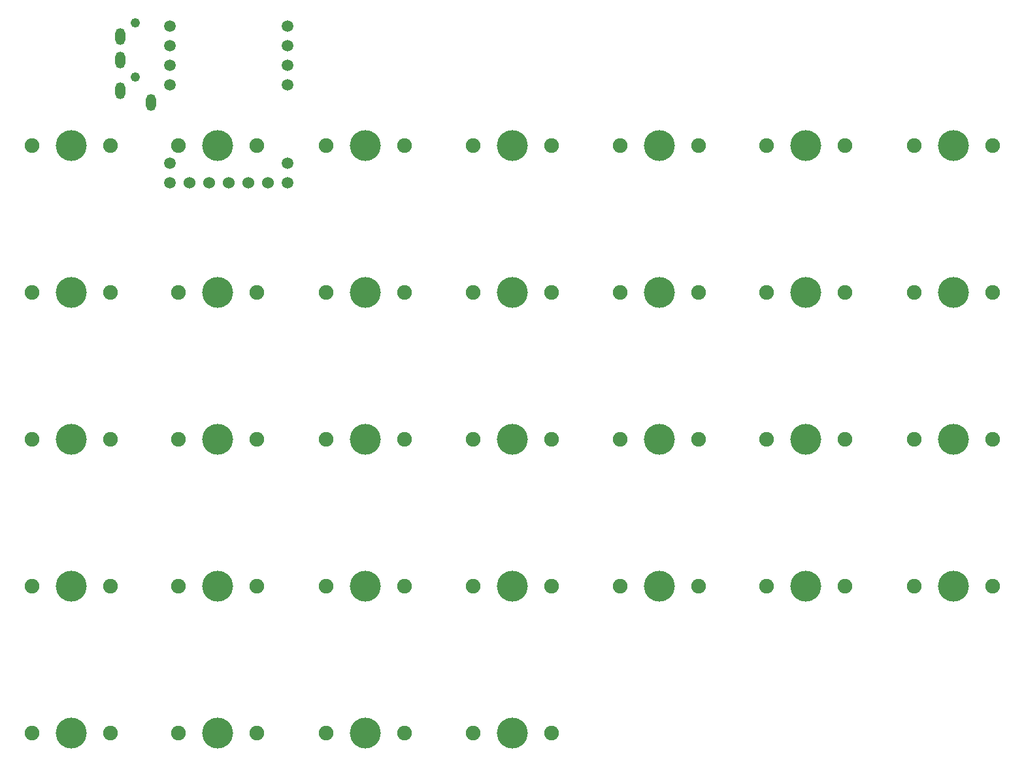
<source format=gbr>
%TF.GenerationSoftware,KiCad,Pcbnew,(7.0.0-0)*%
%TF.CreationDate,2023-04-02T12:17:20+09:00*%
%TF.ProjectId,11111_pcb,31313131-315f-4706-9362-2e6b69636164,rev?*%
%TF.SameCoordinates,Original*%
%TF.FileFunction,Soldermask,Top*%
%TF.FilePolarity,Negative*%
%FSLAX46Y46*%
G04 Gerber Fmt 4.6, Leading zero omitted, Abs format (unit mm)*
G04 Created by KiCad (PCBNEW (7.0.0-0)) date 2023-04-02 12:17:20*
%MOMM*%
%LPD*%
G01*
G04 APERTURE LIST*
G04 Aperture macros list*
%AMRoundRect*
0 Rectangle with rounded corners*
0 $1 Rounding radius*
0 $2 $3 $4 $5 $6 $7 $8 $9 X,Y pos of 4 corners*
0 Add a 4 corners polygon primitive as box body*
4,1,4,$2,$3,$4,$5,$6,$7,$8,$9,$2,$3,0*
0 Add four circle primitives for the rounded corners*
1,1,$1+$1,$2,$3*
1,1,$1+$1,$4,$5*
1,1,$1+$1,$6,$7*
1,1,$1+$1,$8,$9*
0 Add four rect primitives between the rounded corners*
20,1,$1+$1,$2,$3,$4,$5,0*
20,1,$1+$1,$4,$5,$6,$7,0*
20,1,$1+$1,$6,$7,$8,$9,0*
20,1,$1+$1,$8,$9,$2,$3,0*%
G04 Aperture macros list end*
%ADD10C,1.900000*%
%ADD11C,4.000000*%
%ADD12C,1.210000*%
%ADD13O,1.300000X2.200000*%
%ADD14RoundRect,0.756000X0.000000X-0.006000X0.000000X-0.006000X0.000000X0.006000X0.000000X0.006000X0*%
%ADD15RoundRect,0.756000X0.006000X0.000000X0.006000X0.000000X-0.006000X0.000000X-0.006000X0.000000X0*%
%ADD16RoundRect,0.756000X0.000000X0.006000X0.000000X0.006000X0.000000X-0.006000X0.000000X-0.006000X0*%
G04 APERTURE END LIST*
D10*
%TO.C,SW13*%
X287835987Y-38062000D03*
D11*
X292915987Y-38062000D03*
D10*
X297995987Y-38062000D03*
%TD*%
%TO.C,SW8*%
X192635987Y-38062000D03*
D11*
X197715987Y-38062000D03*
D10*
X202795987Y-38062000D03*
%TD*%
%TO.C,SW54*%
X268835987Y-95212000D03*
D11*
X273915987Y-95212000D03*
D10*
X278995987Y-95212000D03*
%TD*%
%TO.C,SW61*%
X192635987Y-114262000D03*
D11*
X197715987Y-114262000D03*
D10*
X202795987Y-114262000D03*
%TD*%
%TO.C,SW26*%
X268835987Y-57112000D03*
D11*
X273915987Y-57112000D03*
D10*
X278995987Y-57112000D03*
%TD*%
%TO.C,SW22*%
X192635987Y-57112000D03*
D11*
X197715987Y-57112000D03*
D10*
X202795987Y-57112000D03*
%TD*%
%TO.C,SW62*%
X211635987Y-114262000D03*
D11*
X216715987Y-114262000D03*
D10*
X221795987Y-114262000D03*
%TD*%
%TO.C,SW23*%
X211635987Y-57112000D03*
D11*
X216715987Y-57112000D03*
D10*
X221795987Y-57112000D03*
%TD*%
%TO.C,SW12*%
X268835987Y-38062000D03*
D11*
X273915987Y-38062000D03*
D10*
X278995987Y-38062000D03*
%TD*%
%TO.C,SW40*%
X268835987Y-76162000D03*
D11*
X273915987Y-76162000D03*
D10*
X278995987Y-76162000D03*
%TD*%
%TO.C,SW53*%
X249835987Y-95212000D03*
D11*
X254915987Y-95212000D03*
D10*
X259995987Y-95212000D03*
%TD*%
%TO.C,SW28*%
X306935987Y-57112000D03*
D11*
X312015987Y-57112000D03*
D10*
X317095987Y-57112000D03*
%TD*%
%TO.C,SW51*%
X211635987Y-95212000D03*
D11*
X216715987Y-95212000D03*
D10*
X221795987Y-95212000D03*
%TD*%
%TO.C,SW37*%
X211635987Y-76162000D03*
D11*
X216715987Y-76162000D03*
D10*
X221795987Y-76162000D03*
%TD*%
%TO.C,SW56*%
X306935987Y-95212000D03*
D11*
X312015987Y-95212000D03*
D10*
X317095987Y-95212000D03*
%TD*%
%TO.C,SW9*%
X211635987Y-38062000D03*
D11*
X216715987Y-38062000D03*
D10*
X221795987Y-38062000D03*
%TD*%
%TO.C,SW27*%
X287835987Y-57112000D03*
D11*
X292915987Y-57112000D03*
D10*
X297995987Y-57112000D03*
%TD*%
%TO.C,SW14*%
X306935987Y-38062000D03*
D11*
X312015987Y-38062000D03*
D10*
X317095987Y-38062000D03*
%TD*%
%TO.C,SW50*%
X192635987Y-95212000D03*
D11*
X197715987Y-95212000D03*
D10*
X202795987Y-95212000D03*
%TD*%
%TO.C,SW38*%
X230735987Y-76162000D03*
D11*
X235815987Y-76162000D03*
D10*
X240895987Y-76162000D03*
%TD*%
%TO.C,SW11*%
X249835987Y-38062000D03*
D11*
X254915987Y-38062000D03*
D10*
X259995987Y-38062000D03*
%TD*%
%TO.C,SW52*%
X230735987Y-95212000D03*
D11*
X235815987Y-95212000D03*
D10*
X240895987Y-95212000D03*
%TD*%
%TO.C,SW39*%
X249835987Y-76162000D03*
D11*
X254915987Y-76162000D03*
D10*
X259995987Y-76162000D03*
%TD*%
%TO.C,SW55*%
X287835987Y-95212000D03*
D11*
X292915987Y-95212000D03*
D10*
X297995987Y-95212000D03*
%TD*%
%TO.C,SW24*%
X230735987Y-57112000D03*
D11*
X235815987Y-57112000D03*
D10*
X240895987Y-57112000D03*
%TD*%
%TO.C,SW25*%
X249835987Y-57112000D03*
D11*
X254915987Y-57112000D03*
D10*
X259995987Y-57112000D03*
%TD*%
D12*
%TO.C,J2*%
X206068800Y-22120000D03*
X206068800Y-29120000D03*
D13*
X208068799Y-32419999D03*
X204068799Y-23919999D03*
X204068799Y-26919999D03*
X204068799Y-30919999D03*
%TD*%
D10*
%TO.C,SW10*%
X230735987Y-38062000D03*
D11*
X235815987Y-38062000D03*
D10*
X240895987Y-38062000D03*
%TD*%
%TO.C,SW64*%
X249835987Y-114262000D03*
D11*
X254915987Y-114262000D03*
D10*
X259995987Y-114262000D03*
%TD*%
%TO.C,SW41*%
X287835987Y-76162000D03*
D11*
X292915987Y-76162000D03*
D10*
X297995987Y-76162000D03*
%TD*%
%TO.C,SW42*%
X306935987Y-76162000D03*
D11*
X312015987Y-76162000D03*
D10*
X317095987Y-76162000D03*
%TD*%
%TO.C,SW36*%
X192635987Y-76162000D03*
D11*
X197715987Y-76162000D03*
D10*
X202795987Y-76162000D03*
%TD*%
%TO.C,SW63*%
X230735987Y-114262000D03*
D11*
X235815987Y-114262000D03*
D10*
X240895987Y-114262000D03*
%TD*%
D14*
%TO.C,A2*%
X210560000Y-22555200D03*
X210560000Y-25095200D03*
X210560000Y-27635200D03*
X210560000Y-30175200D03*
X210560000Y-40335200D03*
X210560000Y-42875200D03*
D15*
X213106000Y-42881200D03*
X215646000Y-42881200D03*
X218186000Y-42881200D03*
X220726000Y-42881200D03*
X223266000Y-42881200D03*
D16*
X225812000Y-42875200D03*
X225812000Y-40335200D03*
X225812000Y-30175200D03*
X225812000Y-27635200D03*
X225812000Y-22555200D03*
X225812000Y-25095200D03*
%TD*%
M02*

</source>
